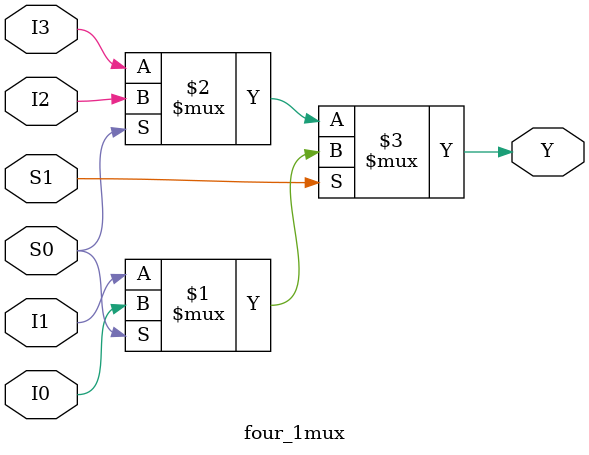
<source format=v>
module four_1mux(I0,I1,I2,I3,S0,S1,Y);
input I0,I1,I2,I3,S0,S1;
output Y;
assign Y=S1?(S0?I0:I1):(S0?I2:I3);
endmodule

</source>
